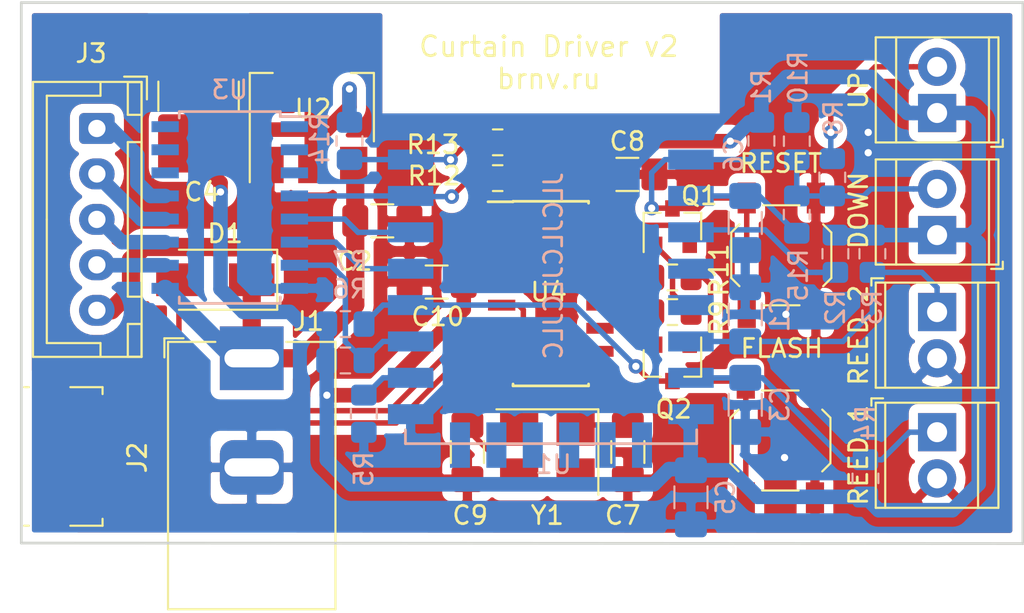
<source format=kicad_pcb>
(kicad_pcb (version 20171130) (host pcbnew "(5.1.2-1)-1")
  (layers (0 F.Cu signal) (31 B.Cu signal) (34 B.Paste user) (35 F.Paste user) (36 B.SilkS user) (37 F.SilkS user) (38 B.Mask user) (39 F.Mask user) (44 Edge.Cuts user))
  (net 0 "")
  (net 1 "Net-(C1-Pad1)")
  (net 2 "Net-(C3-Pad1)")
  (net 3 "Net-(R5-Pad2)")
  (net 4 "Net-(R6-Pad2)")
  (net 5 Earth)
  (net 6 +5V)
  (net 7 "Net-(U1-Pad14)")
  (net 8 "Net-(U1-Pad13)")
  (net 9 "Net-(J3-Pad1)")
  (net 10 "Net-(J3-Pad2)")
  (net 11 "Net-(J3-Pad3)")
  (net 12 "Net-(J3-Pad4)")
  (net 13 "Net-(U1-Pad4)")
  (net 14 "Net-(U1-Pad5)")
  (net 15 "Net-(U1-Pad17)")
  (net 16 "Net-(U1-Pad18)")
  (net 17 "Net-(U1-Pad19)")
  (net 18 "Net-(U1-Pad20)")
  (net 19 "Net-(U1-Pad21)")
  (net 20 "Net-(U1-Pad22)")
  (net 21 "Net-(R8-Pad2)")
  (net 22 ADC)
  (net 23 "Net-(U3-Pad1)")
  (net 24 "Net-(U3-Pad2)")
  (net 25 "Net-(U3-Pad3)")
  (net 26 "Net-(U3-Pad14)")
  (net 27 "Net-(U3-Pad15)")
  (net 28 "Net-(U3-Pad16)")
  (net 29 VCC)
  (net 30 "Net-(R2-Pad1)")
  (net 31 "Net-(D1-Pad2)")
  (net 32 TXD)
  (net 33 RXD)
  (net 34 "Net-(U4-Pad9)")
  (net 35 "Net-(U4-Pad10)")
  (net 36 "Net-(U4-Pad11)")
  (net 37 "Net-(U4-Pad12)")
  (net 38 "Net-(U4-Pad15)")
  (net 39 "Net-(Q2-Pad2)")
  (net 40 "Net-(Q1-Pad1)")
  (net 41 "Net-(Q2-Pad1)")
  (net 42 "Net-(Q1-Pad2)")
  (net 43 RST)
  (net 44 GPIO0)
  (net 45 "Net-(C7-Pad1)")
  (net 46 "Net-(C9-Pad1)")
  (net 47 "Net-(J2-Pad4)")
  (net 48 "Net-(R13-Pad2)")
  (net 49 "Net-(R12-Pad2)")
  (net 50 "Net-(Y1-Pad2)")
  (net 51 "Net-(Y1-Pad4)")
  (net 52 "Net-(R10-Pad2)")
  (net 53 /D-)
  (net 54 /D+)
  (module ESP8266:ESP-12E_SMD (layer B.Cu) (at 115.062 72.3865 180)
    (fp_text reference U1 (at 6.858 -16.7675) (layer B.SilkS) (effects (justify mirror)))
    (fp_text value ESP-12F hide)
    (pad 22 smd rect (at 11.99 -15 90) (size 2.5 1.1) (drill (offset -0.7 0)) (layers B.Cu B.Paste B.Mask) (net 20 "Net-(U1-Pad22)"))
    (pad 21 smd rect (at 9.99 -15 90) (size 2.5 1.1) (drill (offset -0.7 0)) (layers B.Cu B.Paste B.Mask) (net 19 "Net-(U1-Pad21)"))
    (pad 20 smd rect (at 7.99 -15 90) (size 2.5 1.1) (drill (offset -0.7 0)) (layers B.Cu B.Paste B.Mask) (net 18 "Net-(U1-Pad20)"))
    (pad 19 smd rect (at 5.99 -15 90) (size 2.5 1.1) (drill (offset -0.7 0)) (layers B.Cu B.Paste B.Mask) (net 17 "Net-(U1-Pad19)"))
    (pad 18 smd rect (at 3.99 -15 90) (size 2.5 1.1) (drill (offset -0.7 0)) (layers B.Cu B.Paste B.Mask) (net 16 "Net-(U1-Pad18)"))
    (pad 17 smd rect (at 1.99 -15 90) (size 2.5 1.1) (drill (offset -0.7 0)) (layers B.Cu B.Paste B.Mask) (net 15 "Net-(U1-Pad17)"))
    (pad 16 smd rect (at 14 0 180) (size 2.5 1.1) (drill (offset 0.7 0)) (layers B.Cu B.Paste B.Mask) (net 32 TXD))
    (pad 15 smd rect (at 14 -2 180) (size 2.5 1.1) (drill (offset 0.7 0)) (layers B.Cu B.Paste B.Mask) (net 33 RXD))
    (pad 14 smd rect (at 14 -4 180) (size 2.5 1.1) (drill (offset 0.7 0)) (layers B.Cu B.Paste B.Mask) (net 7 "Net-(U1-Pad14)"))
    (pad 13 smd rect (at 14 -6 180) (size 2.5 1.1) (drill (offset 0.7 0)) (layers B.Cu B.Paste B.Mask) (net 8 "Net-(U1-Pad13)"))
    (pad 12 smd rect (at 14 -8 180) (size 2.5 1.1) (drill (offset 0.7 0)) (layers B.Cu B.Paste B.Mask) (net 44 GPIO0))
    (pad 11 smd rect (at 14 -10 180) (size 2.5 1.1) (drill (offset 0.7 0)) (layers B.Cu B.Paste B.Mask) (net 4 "Net-(R6-Pad2)"))
    (pad 10 smd rect (at 14 -12 180) (size 2.5 1.1) (drill (offset 0.7 0)) (layers B.Cu B.Paste B.Mask) (net 3 "Net-(R5-Pad2)"))
    (pad 9 smd rect (at 14 -14 180) (size 2.5 1.1) (drill (offset 0.7 0)) (layers B.Cu B.Paste B.Mask) (net 5 Earth))
    (pad 8 smd rect (at 0 -14 180) (size 2.5 1.1) (drill (offset -0.7 0)) (layers B.Cu B.Paste B.Mask) (net 29 VCC))
    (pad 7 smd rect (at 0 -12 180) (size 2.5 1.1) (drill (offset -0.7 0)) (layers B.Cu B.Paste B.Mask) (net 2 "Net-(C3-Pad1)"))
    (pad 6 smd rect (at 0 -10 180) (size 2.5 1.1) (drill (offset -0.7 0)) (layers B.Cu B.Paste B.Mask) (net 1 "Net-(C1-Pad1)"))
    (pad 5 smd rect (at 0 -8 180) (size 2.5 1.1) (drill (offset -0.7 0)) (layers B.Cu B.Paste B.Mask) (net 14 "Net-(U1-Pad5)"))
    (pad 4 smd rect (at 0 -6 180) (size 2.5 1.1) (drill (offset -0.7 0)) (layers B.Cu B.Paste B.Mask) (net 13 "Net-(U1-Pad4)"))
    (pad 3 smd rect (at 0 -4 180) (size 2.5 1.1) (drill (offset -0.7 0)) (layers B.Cu B.Paste B.Mask) (net 30 "Net-(R2-Pad1)"))
    (pad 2 smd rect (at 0 -2 180) (size 2.5 1.1) (drill (offset -0.7 0)) (layers B.Cu B.Paste B.Mask) (net 22 ADC))
    (pad 1 smd rect (at 0 0 180) (size 2.5 1.1) (drill (offset -0.7 0)) (layers B.Cu B.Paste B.Mask) (net 43 RST))
  )
  (module Resistor_SMD:R_0805_2012Metric_Pad1.15x1.40mm_HandSolder (layer B.Cu) (at 121.575 75.4115 270)
    (fp_text reference R15 (at 3.3285 -0.091 270) (layer B.SilkS) (effects (justify mirror)))
    (fp_text value 1K)
    (pad 2 smd roundrect (at 1.025 0 270) (size 1.15 1.4) (layers B.Cu B.Paste B.Mask) (roundrect_rratio 0.217391) (net 22 ADC))
    (pad 1 smd roundrect (at -1.025 0 270) (size 1.15 1.4) (layers B.Cu B.Paste B.Mask) (roundrect_rratio 0.217391) (net 52 "Net-(R10-Pad2)"))
  )
  (module TerminalBlock_TE-Connectivity:TerminalBlock_TE_282834-2_1x02_P2.54mm_Horizontal (layer F.Cu) (at 129.286 87.376 270)
    (fp_text reference J7 hide)
    (fp_text value Reed_1)
    (pad 2 thru_hole circle (at 2.54 0 270) (size 2.1 2.1) (drill 1.1) (layers *.Cu *.Mask) (net 5 Earth))
    (pad 1 thru_hole rect (at 0 0 270) (size 2.1 2.1) (drill 1.1) (layers *.Cu *.Mask) (net 2 "Net-(C3-Pad1)"))
  )
  (module TerminalBlock_TE-Connectivity:TerminalBlock_TE_282834-2_1x02_P2.54mm_Horizontal (layer F.Cu) (at 129.286 80.772 270)
    (fp_text reference J6 hide)
    (fp_text value Reed_1)
    (pad 2 thru_hole circle (at 2.54 0 270) (size 2.1 2.1) (drill 1.1) (layers *.Cu *.Mask) (net 5 Earth))
    (pad 1 thru_hole rect (at 0 0 270) (size 2.1 2.1) (drill 1.1) (layers *.Cu *.Mask) (net 1 "Net-(C1-Pad1)"))
  )
  (module Button_Switch_SMD:SW_SPST_TL3342 (layer F.Cu) (at 120.6754 87.8332 90)
    (fp_text reference FLASH (at 5.0673 0.0762 180) (layer F.SilkS))
    (fp_text value FLASH)
    (pad 2 smd rect (at 3.15 1.9 90) (size 1.7 1) (layers F.Cu F.Paste F.Mask) (net 5 Earth))
    (pad 2 smd rect (at -3.15 1.9 90) (size 1.7 1) (layers F.Cu F.Paste F.Mask) (net 5 Earth))
    (pad 1 smd rect (at 3.15 -1.9 90) (size 1.7 1) (layers F.Cu F.Paste F.Mask) (net 44 GPIO0))
    (pad 1 smd rect (at -3.15 -1.9 90) (size 1.7 1) (layers F.Cu F.Paste F.Mask) (net 44 GPIO0))
  )
  (module Button_Switch_SMD:SW_SPST_TL3342 (layer F.Cu) (at 120.7262 77.6478 270)
    (fp_text reference RESET (at -5.0546 0.0254) (layer F.SilkS))
    (fp_text value RESET)
    (pad 2 smd rect (at 3.15 1.9 270) (size 1.7 1) (layers F.Cu F.Paste F.Mask) (net 43 RST))
    (pad 2 smd rect (at -3.15 1.9 270) (size 1.7 1) (layers F.Cu F.Paste F.Mask) (net 43 RST))
    (pad 1 smd rect (at 3.15 -1.9 270) (size 1.7 1) (layers F.Cu F.Paste F.Mask) (net 5 Earth))
    (pad 1 smd rect (at -3.15 -1.9 270) (size 1.7 1) (layers F.Cu F.Paste F.Mask) (net 5 Earth))
  )
  (module Crystal:Crystal_SMD_SeikoEpson_FA238V-4Pin_3.2x2.5mm_HandSoldering (layer F.Cu) (at 107.8738 88.4682 180)
    (fp_text reference Y1 (at 0 -3.4798 180) (layer F.SilkS))
    (fp_text value HC-49)
    (pad 4 smd rect (at -1.55 -1.25 180) (size 2.1 1.8) (layers F.Cu F.Paste F.Mask) (net 51 "Net-(Y1-Pad4)"))
    (pad 3 smd rect (at 1.55 -1.25 180) (size 2.1 1.8) (layers F.Cu F.Paste F.Mask) (net 46 "Net-(C9-Pad1)"))
    (pad 2 smd rect (at 1.55 1.25 180) (size 2.1 1.8) (layers F.Cu F.Paste F.Mask) (net 50 "Net-(Y1-Pad2)"))
    (pad 1 smd rect (at -1.55 1.25 180) (size 2.1 1.8) (layers F.Cu F.Paste F.Mask) (net 45 "Net-(C7-Pad1)"))
  )
  (module Resistor_SMD:R_0805_2012Metric_Pad1.15x1.40mm_HandSolder (layer B.Cu) (at 97 71.3615 90)
    (fp_text reference R14 (at 0.126 -1.6256 90) (layer B.SilkS) (effects (justify mirror)))
    (fp_text value 10K)
    (pad 2 smd roundrect (at 1.025 0 90) (size 1.15 1.4) (layers B.Cu B.Paste B.Mask) (roundrect_rratio 0.217391) (net 29 VCC))
    (pad 1 smd roundrect (at -1.025 0 90) (size 1.15 1.4) (layers B.Cu B.Paste B.Mask) (roundrect_rratio 0.217391) (net 32 TXD))
  )
  (module Diode_SMD:D_SMA (layer F.Cu) (at 89.6305 78.994 180)
    (fp_text reference D1 (at -0.5395 2.54 180) (layer F.SilkS))
    (fp_text value M7)
    (pad 1 smd rect (at -2 0 180) (size 2.5 1.8) (layers F.Cu F.Paste F.Mask) (net 6 +5V))
    (pad 2 smd rect (at 2 0 180) (size 2.5 1.8) (layers F.Cu F.Paste F.Mask) (net 31 "Net-(D1-Pad2)"))
  )
  (module Resistor_SMD:R_0805_2012Metric_Pad1.15x1.40mm_HandSolder (layer F.Cu) (at 105.1433 73.406)
    (fp_text reference R12 (at -3.4925 -0.127) (layer F.SilkS))
    (fp_text value 470)
    (pad 2 smd roundrect (at 1.025 0) (size 1.15 1.4) (layers F.Cu F.Paste F.Mask) (roundrect_rratio 0.217391) (net 49 "Net-(R12-Pad2)"))
    (pad 1 smd roundrect (at -1.025 0) (size 1.15 1.4) (layers F.Cu F.Paste F.Mask) (roundrect_rratio 0.217391) (net 33 RXD))
  )
  (module Resistor_SMD:R_0805_2012Metric_Pad1.15x1.40mm_HandSolder (layer F.Cu) (at 114.7445 78.867 180)
    (fp_text reference R11 (at -2.5654 0.4064 270) (layer F.SilkS))
    (fp_text value 10K)
    (pad 1 smd roundrect (at -1.025 0 180) (size 1.15 1.4) (layers F.Cu F.Paste F.Mask) (roundrect_rratio 0.217391) (net 41 "Net-(Q2-Pad1)"))
    (pad 2 smd roundrect (at 1.025 0 180) (size 1.15 1.4) (layers F.Cu F.Paste F.Mask) (roundrect_rratio 0.217391) (net 42 "Net-(Q1-Pad2)"))
  )
  (module Resistor_SMD:R_0805_2012Metric_Pad1.15x1.40mm_HandSolder (layer F.Cu) (at 105.1433 71.4375)
    (fp_text reference R13 (at -3.556 0.127) (layer F.SilkS))
    (fp_text value 470)
    (pad 1 smd roundrect (at -1.025 0) (size 1.15 1.4) (layers F.Cu F.Paste F.Mask) (roundrect_rratio 0.217391) (net 32 TXD))
    (pad 2 smd roundrect (at 1.025 0) (size 1.15 1.4) (layers F.Cu F.Paste F.Mask) (roundrect_rratio 0.217391) (net 48 "Net-(R13-Pad2)"))
  )
  (module Capacitor_SMD:C_1206_3216Metric_Pad1.42x1.75mm_HandSolder (layer F.Cu) (at 103.4796 88.4682 270)
    (fp_text reference C9 (at 3.4798 -0.1524 180) (layer F.SilkS))
    (fp_text value 22pF)
    (pad 2 smd roundrect (at 1.4875 0 270) (size 1.425 1.75) (layers F.Cu F.Paste F.Mask) (roundrect_rratio 0.175439) (net 5 Earth))
    (pad 1 smd roundrect (at -1.4875 0 270) (size 1.425 1.75) (layers F.Cu F.Paste F.Mask) (roundrect_rratio 0.175439) (net 46 "Net-(C9-Pad1)"))
  )
  (module Capacitor_SMD:C_1206_3216Metric_Pad1.42x1.75mm_HandSolder (layer F.Cu) (at 101.7905 79.121 180)
    (fp_text reference C10 (at -0.0635 -1.905 180) (layer F.SilkS))
    (fp_text value 10uF)
    (pad 1 smd roundrect (at -1.4875 0 180) (size 1.425 1.75) (layers F.Cu F.Paste F.Mask) (roundrect_rratio 0.175439) (net 29 VCC))
    (pad 2 smd roundrect (at 1.4875 0 180) (size 1.425 1.75) (layers F.Cu F.Paste F.Mask) (roundrect_rratio 0.175439) (net 5 Earth))
  )
  (module Connector_USB:USB_Micro-B_Molex_47346-0001 (layer F.Cu) (at 81.7245 88.7095 270)
    (fp_text reference J2 (at 0.0635 -3.6195 270) (layer F.SilkS))
    (fp_text value USB_B_Micro)
    (pad 1 smd rect (at -1.3 -1.46 270) (size 0.45 1.38) (layers F.Cu F.Paste F.Mask) (net 31 "Net-(D1-Pad2)"))
    (pad 2 smd rect (at -0.65 -1.46 270) (size 0.45 1.38) (layers F.Cu F.Paste F.Mask) (net 53 /D-))
    (pad 3 smd rect (at 0 -1.46 270) (size 0.45 1.38) (layers F.Cu F.Paste F.Mask) (net 54 /D+))
    (pad 4 smd rect (at 0.65 -1.46 270) (size 0.45 1.38) (layers F.Cu F.Paste F.Mask) (net 47 "Net-(J2-Pad4)"))
    (pad 5 smd rect (at 1.3 -1.46 270) (size 0.45 1.38) (layers F.Cu F.Paste F.Mask) (net 5 Earth))
    (pad 6 smd rect (at -2.4625 -1.1 270) (size 1.475 2.1) (layers F.Cu F.Paste F.Mask) (net 5 Earth))
    (pad 6 smd rect (at 2.4625 -1.1 270) (size 1.475 2.1) (layers F.Cu F.Paste F.Mask) (net 5 Earth))
    (pad 6 smd rect (at -2.91 1.2 270) (size 2.375 1.9) (layers F.Cu F.Paste F.Mask) (net 5 Earth))
    (pad 6 smd rect (at 2.91 1.2 270) (size 2.375 1.9) (layers F.Cu F.Paste F.Mask) (net 5 Earth))
    (pad 6 smd rect (at -0.84 1.2 270) (size 1.175 1.9) (layers F.Cu F.Paste F.Mask) (net 5 Earth))
    (pad 6 smd rect (at 0.84 1.2 270) (size 1.175 1.9) (layers F.Cu F.Paste F.Mask) (net 5 Earth))
  )
  (module Package_SO:SOIC-16_3.9x9.9mm_P1.27mm (layer F.Cu) (at 108.062 79.756)
    (fp_text reference U4 (at -0.112 -0.0889) (layer F.SilkS))
    (fp_text value CH340G)
    (pad 1 smd rect (at -2.7 -4.445) (size 1.5 0.6) (layers F.Cu F.Paste F.Mask) (net 5 Earth))
    (pad 2 smd rect (at -2.7 -3.175) (size 1.5 0.6) (layers F.Cu F.Paste F.Mask) (net 49 "Net-(R12-Pad2)"))
    (pad 3 smd rect (at -2.7 -1.905) (size 1.5 0.6) (layers F.Cu F.Paste F.Mask) (net 48 "Net-(R13-Pad2)"))
    (pad 4 smd rect (at -2.7 -0.635) (size 1.5 0.6) (layers F.Cu F.Paste F.Mask) (net 29 VCC))
    (pad 5 smd rect (at -2.7 0.635) (size 1.5 0.6) (layers F.Cu F.Paste F.Mask) (net 54 /D+))
    (pad 6 smd rect (at -2.7 1.905) (size 1.5 0.6) (layers F.Cu F.Paste F.Mask) (net 53 /D-))
    (pad 7 smd rect (at -2.7 3.175) (size 1.5 0.6) (layers F.Cu F.Paste F.Mask) (net 45 "Net-(C7-Pad1)"))
    (pad 8 smd rect (at -2.7 4.445) (size 1.5 0.6) (layers F.Cu F.Paste F.Mask) (net 46 "Net-(C9-Pad1)"))
    (pad 9 smd rect (at 2.7 4.445) (size 1.5 0.6) (layers F.Cu F.Paste F.Mask) (net 34 "Net-(U4-Pad9)"))
    (pad 10 smd rect (at 2.7 3.175) (size 1.5 0.6) (layers F.Cu F.Paste F.Mask) (net 35 "Net-(U4-Pad10)"))
    (pad 11 smd rect (at 2.7 1.905) (size 1.5 0.6) (layers F.Cu F.Paste F.Mask) (net 36 "Net-(U4-Pad11)"))
    (pad 12 smd rect (at 2.7 0.635) (size 1.5 0.6) (layers F.Cu F.Paste F.Mask) (net 37 "Net-(U4-Pad12)"))
    (pad 13 smd rect (at 2.7 -0.635) (size 1.5 0.6) (layers F.Cu F.Paste F.Mask) (net 39 "Net-(Q2-Pad2)"))
    (pad 14 smd rect (at 2.7 -1.905) (size 1.5 0.6) (layers F.Cu F.Paste F.Mask) (net 42 "Net-(Q1-Pad2)"))
    (pad 15 smd rect (at 2.7 -3.175) (size 1.5 0.6) (layers F.Cu F.Paste F.Mask) (net 38 "Net-(U4-Pad15)"))
    (pad 16 smd rect (at 2.7 -4.445) (size 1.5 0.6) (layers F.Cu F.Paste F.Mask) (net 29 VCC))
  )
  (module Package_TO_SOT_SMD:SOT-23 (layer F.Cu) (at 114.7445 83.566 270)
    (fp_text reference Q2 (at 2.54 -0.0635) (layer F.SilkS))
    (fp_text value S8050)
    (pad 3 smd rect (at 1 0 270) (size 0.9 0.8) (layers F.Cu F.Paste F.Mask) (net 44 GPIO0))
    (pad 2 smd rect (at -1 0.95 270) (size 0.9 0.8) (layers F.Cu F.Paste F.Mask) (net 39 "Net-(Q2-Pad2)"))
    (pad 1 smd rect (at -1 -0.95 270) (size 0.9 0.8) (layers F.Cu F.Paste F.Mask) (net 41 "Net-(Q2-Pad1)"))
  )
  (module Package_TO_SOT_SMD:SOT-23 (layer F.Cu) (at 114.7445 76.073 90)
    (fp_text reference Q1 (at 1.7018 1.4732 180) (layer F.SilkS))
    (fp_text value S8050)
    (pad 1 smd rect (at -1 -0.95 90) (size 0.9 0.8) (layers F.Cu F.Paste F.Mask) (net 40 "Net-(Q1-Pad1)"))
    (pad 2 smd rect (at -1 0.95 90) (size 0.9 0.8) (layers F.Cu F.Paste F.Mask) (net 42 "Net-(Q1-Pad2)"))
    (pad 3 smd rect (at 1 0 90) (size 0.9 0.8) (layers F.Cu F.Paste F.Mask) (net 43 RST))
  )
  (module Resistor_SMD:R_0805_2012Metric_Pad1.15x1.40mm_HandSolder (layer F.Cu) (at 114.7445 80.772 180)
    (fp_text reference R9 (at -2.5781 -0.3302 270) (layer F.SilkS))
    (fp_text value 10K)
    (pad 2 smd roundrect (at 1.025 0 180) (size 1.15 1.4) (layers F.Cu F.Paste F.Mask) (roundrect_rratio 0.217391) (net 39 "Net-(Q2-Pad2)"))
    (pad 1 smd roundrect (at -1.025 0 180) (size 1.15 1.4) (layers F.Cu F.Paste F.Mask) (roundrect_rratio 0.217391) (net 40 "Net-(Q1-Pad1)"))
  )
  (module Capacitor_SMD:C_1206_3216Metric_Pad1.42x1.75mm_HandSolder (layer F.Cu) (at 112.2934 88.4682 270)
    (fp_text reference C7 (at 3.4798 0.2794) (layer F.SilkS))
    (fp_text value 22pF)
    (pad 2 smd roundrect (at 1.4875 0 270) (size 1.425 1.75) (layers F.Cu F.Paste F.Mask) (roundrect_rratio 0.175439) (net 5 Earth))
    (pad 1 smd roundrect (at -1.4875 0 270) (size 1.425 1.75) (layers F.Cu F.Paste F.Mask) (roundrect_rratio 0.175439) (net 45 "Net-(C7-Pad1)"))
  )
  (module Capacitor_SMD:C_1206_3216Metric_Pad1.42x1.75mm_HandSolder (layer F.Cu) (at 112.268 73.2028)
    (fp_text reference C8 (at 0 -1.82) (layer F.SilkS))
    (fp_text value 10uF)
    (pad 1 smd roundrect (at -1.4875 0) (size 1.425 1.75) (layers F.Cu F.Paste F.Mask) (roundrect_rratio 0.175439) (net 29 VCC))
    (pad 2 smd roundrect (at 1.4875 0) (size 1.425 1.75) (layers F.Cu F.Paste F.Mask) (roundrect_rratio 0.175439) (net 5 Earth))
  )
  (module Capacitor_SMD:C_1206_3216Metric_Pad1.42x1.75mm_HandSolder (layer B.Cu) (at 118.745 75.874 270)
    (fp_text reference C6 (at -3.738 0.635 90) (layer B.SilkS) (effects (justify mirror)))
    (fp_text value 10nF)
    (pad 1 smd roundrect (at -1.4875 0 270) (size 1.425 1.75) (layers B.Cu B.Paste B.Mask) (roundrect_rratio 0.175439) (net 22 ADC))
    (pad 2 smd roundrect (at 1.4875 0 270) (size 1.425 1.75) (layers B.Cu B.Paste B.Mask) (roundrect_rratio 0.175439) (net 5 Earth))
  )
  (module Capacitor_SMD:C_1206_3216Metric_Pad1.42x1.75mm_HandSolder (layer B.Cu) (at 115.762 90.9574 270)
    (fp_text reference C5 (at 0 -1.9035 270) (layer B.SilkS) (effects (justify mirror)))
    (fp_text value 0.1uF)
    (pad 1 smd roundrect (at -1.4875 0 270) (size 1.425 1.75) (layers B.Cu B.Paste B.Mask) (roundrect_rratio 0.175439) (net 29 VCC))
    (pad 2 smd roundrect (at 1.4875 0 270) (size 1.425 1.75) (layers B.Cu B.Paste B.Mask) (roundrect_rratio 0.175439) (net 5 Earth))
  )
  (module Resistor_SMD:R_0805_2012Metric_Pad1.15x1.40mm_HandSolder (layer B.Cu) (at 96.774 81.4324)
    (fp_text reference R7 (at 0.254 -3.4544) (layer B.SilkS) (effects (justify mirror)))
    (fp_text value 10K)
    (pad 1 smd roundrect (at -1.025 0) (size 1.15 1.4) (layers B.Cu B.Paste B.Mask) (roundrect_rratio 0.217391) (net 29 VCC))
    (pad 2 smd roundrect (at 1.025 0) (size 1.15 1.4) (layers B.Cu B.Paste B.Mask) (roundrect_rratio 0.217391) (net 44 GPIO0))
  )
  (module Resistor_SMD:R_0805_2012Metric_Pad1.15x1.40mm_HandSolder (layer B.Cu) (at 96.774 83.4314)
    (fp_text reference R6 (at 0.254 -3.9294) (layer B.SilkS) (effects (justify mirror)))
    (fp_text value 10K)
    (pad 2 smd roundrect (at 1.025 0) (size 1.15 1.4) (layers B.Cu B.Paste B.Mask) (roundrect_rratio 0.217391) (net 4 "Net-(R6-Pad2)"))
    (pad 1 smd roundrect (at -1.025 0) (size 1.15 1.4) (layers B.Cu B.Paste B.Mask) (roundrect_rratio 0.217391) (net 29 VCC))
  )
  (module Resistor_SMD:R_0805_2012Metric_Pad1.15x1.40mm_HandSolder (layer B.Cu) (at 97.79 86.36 90)
    (fp_text reference R5 (at -3.048 0 90) (layer B.SilkS) (effects (justify mirror)))
    (fp_text value 10K)
    (pad 1 smd roundrect (at -1.025 0 90) (size 1.15 1.4) (layers B.Cu B.Paste B.Mask) (roundrect_rratio 0.217391) (net 5 Earth))
    (pad 2 smd roundrect (at 1.025 0 90) (size 1.15 1.4) (layers B.Cu B.Paste B.Mask) (roundrect_rratio 0.217391) (net 3 "Net-(R5-Pad2)"))
  )
  (module Resistor_SMD:R_0805_2012Metric_Pad1.15x1.40mm_HandSolder (layer B.Cu) (at 125.349 89.916 270)
    (fp_text reference R4 (at -3.048 0 270) (layer B.SilkS) (effects (justify mirror)))
    (fp_text value 10K)
    (pad 2 smd roundrect (at 1.025 0 270) (size 1.15 1.4) (layers B.Cu B.Paste B.Mask) (roundrect_rratio 0.217391) (net 29 VCC))
    (pad 1 smd roundrect (at -1.025 0 270) (size 1.15 1.4) (layers B.Cu B.Paste B.Mask) (roundrect_rratio 0.217391) (net 2 "Net-(C3-Pad1)"))
  )
  (module Resistor_SMD:R_0805_2012Metric_Pad1.15x1.40mm_HandSolder (layer B.Cu) (at 125.73 77.563666 90)
    (fp_text reference R3 (at -2.964333 0 90) (layer B.SilkS) (effects (justify mirror)))
    (fp_text value 10K)
    (pad 1 smd roundrect (at -1.025 0 90) (size 1.15 1.4) (layers B.Cu B.Paste B.Mask) (roundrect_rratio 0.217391) (net 1 "Net-(C1-Pad1)"))
    (pad 2 smd roundrect (at 1.025 0 90) (size 1.15 1.4) (layers B.Cu B.Paste B.Mask) (roundrect_rratio 0.217391) (net 29 VCC))
  )
  (module Resistor_SMD:R_0805_2012Metric_Pad1.15x1.40mm_HandSolder (layer B.Cu) (at 123.698 77.563666 90)
    (fp_text reference R2 (at -2.964333 0 90) (layer B.SilkS) (effects (justify mirror)))
    (fp_text value 10K)
    (pad 2 smd roundrect (at 1.025 0 90) (size 1.15 1.4) (layers B.Cu B.Paste B.Mask) (roundrect_rratio 0.217391) (net 29 VCC))
    (pad 1 smd roundrect (at -1.025 0 90) (size 1.15 1.4) (layers B.Cu B.Paste B.Mask) (roundrect_rratio 0.217391) (net 30 "Net-(R2-Pad1)"))
  )
  (module Resistor_SMD:R_0805_2012Metric_Pad1.15x1.40mm_HandSolder (layer B.Cu) (at 119.634 71.3615 90)
    (fp_text reference R1 (at 2.972 0 90) (layer B.SilkS) (effects (justify mirror)))
    (fp_text value 10K)
    (pad 1 smd roundrect (at -1.025 0 90) (size 1.15 1.4) (layers B.Cu B.Paste B.Mask) (roundrect_rratio 0.217391) (net 43 RST))
    (pad 2 smd roundrect (at 1.025 0 90) (size 1.15 1.4) (layers B.Cu B.Paste B.Mask) (roundrect_rratio 0.217391) (net 29 VCC))
  )
  (module Resistor_SMD:R_0805_2012Metric_Pad1.15x1.40mm_HandSolder (layer B.Cu) (at 121.5795 71.375 270)
    (fp_text reference R10 (at -3.5115 -0.0635 270) (layer B.SilkS) (effects (justify mirror)))
    (fp_text value 2K2)
    (pad 1 smd roundrect (at -1.025 0 270) (size 1.15 1.4) (layers B.Cu B.Paste B.Mask) (roundrect_rratio 0.217391) (net 5 Earth))
    (pad 2 smd roundrect (at 1.025 0 270) (size 1.15 1.4) (layers B.Cu B.Paste B.Mask) (roundrect_rratio 0.217391) (net 52 "Net-(R10-Pad2)"))
  )
  (module Resistor_SMD:R_0805_2012Metric_Pad1.15x1.40mm_HandSolder (layer B.Cu) (at 123.525 73.3615 90)
    (fp_text reference R8 (at 3.2575 0.0635 90) (layer B.SilkS) (effects (justify mirror)))
    (fp_text value 10K)
    (pad 1 smd roundrect (at -1.025 0 90) (size 1.15 1.4) (layers B.Cu B.Paste B.Mask) (roundrect_rratio 0.217391) (net 52 "Net-(R10-Pad2)"))
    (pad 2 smd roundrect (at 1.025 0 90) (size 1.15 1.4) (layers B.Cu B.Paste B.Mask) (roundrect_rratio 0.217391) (net 21 "Net-(R8-Pad2)"))
  )
  (module TerminalBlock_TE-Connectivity:TerminalBlock_TE_282834-2_1x02_P2.54mm_Horizontal (layer F.Cu) (at 129.286 69.8246 90)
    (fp_text reference SW4 hide)
    (fp_text value DOWN)
    (pad 2 thru_hole circle (at 2.54 0 90) (size 2.1 2.1) (drill 1.1) (layers *.Cu *.Mask) (net 21 "Net-(R8-Pad2)"))
    (pad 1 thru_hole rect (at 0 0 90) (size 2.1 2.1) (drill 1.1) (layers *.Cu *.Mask) (net 29 VCC))
  )
  (module TerminalBlock_TE-Connectivity:TerminalBlock_TE_282834-2_1x02_P2.54mm_Horizontal (layer F.Cu) (at 129.286 76.538666 90)
    (fp_text reference SW3 hide)
    (fp_text value UP)
    (pad 1 thru_hole rect (at 0 0 90) (size 2.1 2.1) (drill 1.1) (layers *.Cu *.Mask) (net 29 VCC))
    (pad 2 thru_hole circle (at 2.54 0 90) (size 2.1 2.1) (drill 1.1) (layers *.Cu *.Mask) (net 52 "Net-(R10-Pad2)"))
  )
  (module Connector_JST:JST_XH_B05B-XH-A_1x05_P2.50mm_Vertical (layer F.Cu) (at 83.1215 70.6755 270)
    (fp_text reference J3 (at -4.1275 0.3175) (layer F.SilkS))
    (fp_text value Motor)
    (pad 5 thru_hole oval (at 10 0 270) (size 1.7 1.95) (drill 0.95) (layers *.Cu *.Mask) (net 6 +5V))
    (pad 4 thru_hole oval (at 7.5 0 270) (size 1.7 1.95) (drill 0.95) (layers *.Cu *.Mask) (net 12 "Net-(J3-Pad4)"))
    (pad 3 thru_hole oval (at 5 0 270) (size 1.7 1.95) (drill 0.95) (layers *.Cu *.Mask) (net 11 "Net-(J3-Pad3)"))
    (pad 2 thru_hole oval (at 2.5 0 270) (size 1.7 1.95) (drill 0.95) (layers *.Cu *.Mask) (net 10 "Net-(J3-Pad2)"))
    (pad 1 thru_hole roundrect (at 0 0 270) (size 1.7 1.95) (drill 0.95) (layers *.Cu *.Mask) (roundrect_rratio 0.147) (net 9 "Net-(J3-Pad1)"))
  )
  (module Capacitor_SMD:C_1206_3216Metric_Pad1.42x1.75mm_HandSolder (layer B.Cu) (at 118.745 85.874 270)
    (fp_text reference C3 (at -0.022 -1.905 270) (layer B.SilkS) (effects (justify mirror)))
    (fp_text value 0.1uF)
    (pad 1 smd roundrect (at -1.4875 0 270) (size 1.425 1.75) (layers B.Cu B.Paste B.Mask) (roundrect_rratio 0.175439) (net 2 "Net-(C3-Pad1)"))
    (pad 2 smd roundrect (at 1.4875 0 270) (size 1.425 1.75) (layers B.Cu B.Paste B.Mask) (roundrect_rratio 0.175439) (net 5 Earth))
  )
  (module Capacitor_SMD:C_1206_3216Metric_Pad1.42x1.75mm_HandSolder (layer F.Cu) (at 98.806 75.7555)
    (fp_text reference C2 (at -1.524 2.2225 180) (layer F.SilkS))
    (fp_text value 10uF)
    (pad 2 smd roundrect (at 1.4875 0) (size 1.425 1.75) (layers F.Cu F.Paste F.Mask) (roundrect_rratio 0.175439) (net 5 Earth))
    (pad 1 smd roundrect (at -1.4875 0) (size 1.425 1.75) (layers F.Cu F.Paste F.Mask) (roundrect_rratio 0.175439) (net 6 +5V))
  )
  (module Capacitor_SMD:C_1206_3216Metric_Pad1.42x1.75mm_HandSolder (layer B.Cu) (at 118.745 80.899 90)
    (fp_text reference C1 (at 0 1.905 90) (layer B.SilkS) (effects (justify mirror)))
    (fp_text value 0.1uF)
    (pad 1 smd roundrect (at -1.4875 0 90) (size 1.425 1.75) (layers B.Cu B.Paste B.Mask) (roundrect_rratio 0.175439) (net 1 "Net-(C1-Pad1)"))
    (pad 2 smd roundrect (at 1.4875 0 90) (size 1.425 1.75) (layers B.Cu B.Paste B.Mask) (roundrect_rratio 0.175439) (net 5 Earth))
  )
  (module Capacitor_SMD:C_2816_7142Metric_Pad3.20x4.45mm_HandSolder (layer F.Cu) (at 88.7095 68.8975 90)
    (fp_text reference C4 (at -5.2705 0.1905) (layer F.SilkS))
    (fp_text value 100uF)
    (pad 1 smd roundrect (at -2.6 0 90) (size 3.2 4.45) (layers F.Cu F.Paste F.Mask) (roundrect_rratio 0.078125) (net 29 VCC))
    (pad 2 smd roundrect (at 2.6 0 90) (size 3.2 4.45) (layers F.Cu F.Paste F.Mask) (roundrect_rratio 0.078125) (net 5 Earth))
  )
  (module Connector_BarrelJack:BarrelJack_Horizontal_DS_201 (layer F.Cu) (at 91.6305 83.312 90)
    (fp_text reference J1 (at 2.032 3.1115 180) (layer F.SilkS))
    (fp_text value Barrel_Jack)
    (pad 1 thru_hole rect (at 0 0 90) (size 3.5 3.5) (drill oval 1 3) (layers *.Cu *.Mask) (net 6 +5V))
    (pad 2 thru_hole roundrect (at -6 0 90) (size 3 3.5) (drill oval 1 3) (layers *.Cu *.Mask) (net 5 Earth))
  )
  (module Package_SO:SOIC-16W_5.3x10.2mm_P1.27mm (layer B.Cu) (at 90.424 75.0215 180)
    (fp_text reference U3 (at 0 6.477 180) (layer B.SilkS) (effects (justify mirror)))
    (fp_text value ULN2003A)
    (pad 1 smd rect (at -3.55 4.445 180) (size 1.5 0.6) (layers B.Cu B.Paste B.Mask) (net 23 "Net-(U3-Pad1)"))
    (pad 2 smd rect (at -3.55 3.175 180) (size 1.5 0.6) (layers B.Cu B.Paste B.Mask) (net 24 "Net-(U3-Pad2)"))
    (pad 3 smd rect (at -3.55 1.905 180) (size 1.5 0.6) (layers B.Cu B.Paste B.Mask) (net 25 "Net-(U3-Pad3)"))
    (pad 4 smd rect (at -3.55 0.635 180) (size 1.5 0.6) (layers B.Cu B.Paste B.Mask) (net 33 RXD))
    (pad 5 smd rect (at -3.55 -0.635 180) (size 1.5 0.6) (layers B.Cu B.Paste B.Mask) (net 7 "Net-(U1-Pad14)"))
    (pad 6 smd rect (at -3.55 -1.905 180) (size 1.5 0.6) (layers B.Cu B.Paste B.Mask) (net 8 "Net-(U1-Pad13)"))
    (pad 7 smd rect (at -3.55 -3.175 180) (size 1.5 0.6) (layers B.Cu B.Paste B.Mask) (net 4 "Net-(R6-Pad2)"))
    (pad 8 smd rect (at -3.55 -4.445 180) (size 1.5 0.6) (layers B.Cu B.Paste B.Mask) (net 5 Earth))
    (pad 9 smd rect (at 3.55 -4.445 180) (size 1.5 0.6) (layers B.Cu B.Paste B.Mask) (net 6 +5V))
    (pad 10 smd rect (at 3.55 -3.175 180) (size 1.5 0.6) (layers B.Cu B.Paste B.Mask) (net 12 "Net-(J3-Pad4)"))
    (pad 11 smd rect (at 3.55 -1.905 180) (size 1.5 0.6) (layers B.Cu B.Paste B.Mask) (net 11 "Net-(J3-Pad3)"))
    (pad 12 smd rect (at 3.55 -0.635 180) (size 1.5 0.6) (layers B.Cu B.Paste B.Mask) (net 10 "Net-(J3-Pad2)"))
    (pad 13 smd rect (at 3.55 0.635 180) (size 1.5 0.6) (layers B.Cu B.Paste B.Mask) (net 9 "Net-(J3-Pad1)"))
    (pad 14 smd rect (at 3.55 1.905 180) (size 1.5 0.6) (layers B.Cu B.Paste B.Mask) (net 26 "Net-(U3-Pad14)"))
    (pad 15 smd rect (at 3.55 3.175 180) (size 1.5 0.6) (layers B.Cu B.Paste B.Mask) (net 27 "Net-(U3-Pad15)"))
    (pad 16 smd rect (at 3.55 4.445 180) (size 1.5 0.6) (layers B.Cu B.Paste B.Mask) (net 28 "Net-(U3-Pad16)"))
  )
  (module Package_TO_SOT_SMD:SOT-223-3_TabPin2 (layer F.Cu) (at 94.9325 69.5325 90)
    (fp_text reference U2 (at -0.0635 0.0635 180) (layer F.SilkS))
    (fp_text value LM1117-3.3)
    (pad 2 smd rect (at 3.15 0 90) (size 2 3.8) (layers F.Cu F.Paste F.Mask) (net 29 VCC))
    (pad 2 smd rect (at -3.15 0 90) (size 2 1.5) (layers F.Cu F.Paste F.Mask) (net 29 VCC))
    (pad 3 smd rect (at -3.15 2.3 90) (size 2 1.5) (layers F.Cu F.Paste F.Mask) (net 6 +5V))
    (pad 1 smd rect (at -3.15 -2.3 90) (size 2 1.5) (layers F.Cu F.Paste F.Mask) (net 5 Earth))
  )
  (gr_text JLCJLCJLCJLC (at 108.204 78.232 90) (layer B.SilkS) (effects (font (size 1 1)) (justify mirror)))
  (gr_text "Curtain Driver v2\nbrnv.ru" (at 107.95 67.056) (layer F.SilkS) (effects (font (size 1.1 1.1))))
  (gr_text "REED 2" (at 124.968 82.042 90) (layer F.SilkS) (effects (font (size 1 1))))
  (gr_text "REED 1" (at 124.968 88.646 90) (layer F.SilkS) (effects (font (size 1 1))))
  (gr_text DOWN (at 124.968 75.184 90) (layer F.SilkS) (effects (font (size 1 1))))
  (gr_text UP (at 124.968 68.58 90) (layer F.SilkS) (effects (font (size 1 1))))
  (gr_line (start 134 63.754) (end 134 93.5) (layer Edge.Cuts) (width 0.15))
  (gr_line (start 78.9686 63.754) (end 78.9686 93.472) (layer Edge.Cuts) (width 0.15))
  (gr_line (start 134 93.5) (end 78.9686 93.472) (layer Edge.Cuts) (width 0.15))
  (gr_line (start 78.9686 63.754) (end 134 63.754) (layer Edge.Cuts) (width 0.15))
  (segment (start 115.062 82.39) (end 118.872 82.39) (width 0.3) (layer B.Cu) (net 1))
  (segment (start 118.745 82.3865) (end 124.1155 82.3865) (width 0.3) (layer B.Cu) (net 1))
  (segment (start 125.73 78.588666) (end 128.452666 78.588666) (width 0.3) (layer B.Cu) (net 1))
  (segment (start 125.73 80.772) (end 125.73 78.588666) (width 0.3) (layer B.Cu) (net 1))
  (segment (start 129.286 79.422) (end 129.286 80.772) (width 0.3) (layer B.Cu) (net 1))
  (segment (start 128.452666 78.588666) (end 129.286 79.422) (width 0.3) (layer B.Cu) (net 1))
  (segment (start 124.1155 82.3865) (end 125.73 80.772) (width 0.3) (layer B.Cu) (net 1))
  (segment (start 115.062 84.39) (end 118.8465 84.39) (width 0.3) (layer B.Cu) (net 2))
  (segment (start 119.6925 84.3865) (end 118.745 84.3865) (width 0.3) (layer B.Cu) (net 2))
  (segment (start 124.197 88.891) (end 119.6925 84.3865) (width 0.3) (layer B.Cu) (net 2))
  (segment (start 125.349 88.891) (end 124.197 88.891) (width 0.3) (layer B.Cu) (net 2))
  (segment (start 126.247 88.891) (end 125.349 88.891) (width 0.3) (layer B.Cu) (net 2))
  (segment (start 127.762 87.376) (end 126.247 88.891) (width 0.3) (layer B.Cu) (net 2))
  (segment (start 129.286 87.376) (end 127.762 87.376) (width 0.3) (layer B.Cu) (net 2))
  (segment (start 98.8439 84.3865) (end 97.799 85.4314) (width 0.3) (layer B.Cu) (net 3))
  (segment (start 101.062 84.3865) (end 98.8439 84.3865) (width 0.3) (layer B.Cu) (net 3))
  (segment (start 98.8439 82.3865) (end 97.799 83.4314) (width 0.3) (layer B.Cu) (net 4))
  (segment (start 101.062 82.3865) (end 98.8439 82.3865) (width 0.3) (layer B.Cu) (net 4))
  (segment (start 95.9765 78.1965) (end 93.974 78.1965) (width 0.3) (layer B.Cu) (net 4))
  (segment (start 96.77401 78.99401) (end 95.9765 78.1965) (width 0.3) (layer B.Cu) (net 4))
  (segment (start 96.77401 82.40641) (end 96.77401 78.99401) (width 0.3) (layer B.Cu) (net 4))
  (segment (start 97.799 83.4314) (end 96.77401 82.40641) (width 0.3) (layer B.Cu) (net 4))
  (segment (start 101.062 86.3865) (end 102.93 84.5185) (width 0.8) (layer B.Cu) (net 5))
  (segment (start 82.377 85.7995) (end 82.8245 86.247) (width 0.8) (layer F.Cu) (net 5))
  (segment (start 80.5245 85.7995) (end 82.377 85.7995) (width 0.8) (layer F.Cu) (net 5))
  (segment (start 83.059499 90.134501) (end 83.1845 90.134501) (width 0.8) (layer F.Cu) (net 5))
  (segment (start 82.8245 90.3695) (end 83.059499 90.134501) (width 0.8) (layer F.Cu) (net 5))
  (segment (start 82.8245 91.172) (end 82.8245 90.3695) (width 0.8) (layer F.Cu) (net 5))
  (segment (start 84.3745 90.0095) (end 84.408 90.043) (width 0.5) (layer F.Cu) (net 5))
  (segment (start 83.1845 90.0095) (end 84.3745 90.0095) (width 0.5) (layer F.Cu) (net 5))
  (segment (start 84.408 90.043) (end 84.7725 90.043) (width 0.5) (layer F.Cu) (net 5))
  (segment (start 80.972 91.172) (end 80.5245 91.6195) (width 0.8) (layer F.Cu) (net 5))
  (segment (start 82.8245 91.172) (end 80.972 91.172) (width 0.8) (layer F.Cu) (net 5))
  (via (at 120.904 88.773) (size 0.8) (drill 0.4) (layers F.Cu B.Cu) (net 5))
  (via (at 125.5014 72.009) (size 0.8) (drill 0.4) (layers F.Cu B.Cu) (net 5))
  (via (at 125.5014 70.8914) (size 0.8) (drill 0.4) (layers F.Cu B.Cu) (net 5))
  (via (at 120.9802 80.899) (size 0.8) (drill 0.4) (layers F.Cu B.Cu) (net 5))
  (segment (start 97.3185 75.7555) (end 97.3185 72.7685) (width 1) (layer F.Cu) (net 6))
  (segment (start 97.3185 72.7685) (end 97.2325 72.6825) (width 1) (layer F.Cu) (net 6))
  (segment (start 97.3185 75.7555) (end 97.3185 80.374) (width 1) (layer F.Cu) (net 6))
  (segment (start 97.3185 80.374) (end 94.3805 83.312) (width 1) (layer F.Cu) (net 6))
  (segment (start 94.3805 83.312) (end 91.6305 83.312) (width 1) (layer F.Cu) (net 6))
  (segment (start 91.6305 77.6605) (end 91.6305 83.312) (width 1) (layer F.Cu) (net 6))
  (segment (start 91.186 77.216) (end 91.6305 77.6605) (width 1) (layer F.Cu) (net 6))
  (segment (start 89.622502 77.216) (end 91.186 77.216) (width 1) (layer F.Cu) (net 6))
  (segment (start 85.660499 77.193999) (end 89.600501 77.193999) (width 1) (layer F.Cu) (net 6))
  (segment (start 85.480499 77.373999) (end 85.660499 77.193999) (width 1) (layer F.Cu) (net 6))
  (segment (start 85.480499 77.409701) (end 85.480499 77.373999) (width 1) (layer F.Cu) (net 6))
  (segment (start 89.600501 77.193999) (end 89.622502 77.216) (width 1) (layer F.Cu) (net 6))
  (segment (start 84.99651 77.89369) (end 85.480499 77.409701) (width 1) (layer F.Cu) (net 6))
  (segment (start 84.99651 79.59549) (end 84.99651 77.89369) (width 1) (layer F.Cu) (net 6))
  (segment (start 83.9165 80.6755) (end 83.1215 80.6755) (width 1) (layer F.Cu) (net 6))
  (segment (start 84.99651 79.59549) (end 83.9165 80.6755) (width 1) (layer F.Cu) (net 6))
  (segment (start 86.86851 79.502) (end 86.874 79.49651) (width 1) (layer B.Cu) (net 6))
  (segment (start 90.678 83.312) (end 86.868 79.502) (width 1) (layer B.Cu) (net 6))
  (segment (start 86.868 79.502) (end 86.86851 79.502) (width 1) (layer B.Cu) (net 6))
  (segment (start 91.6305 83.312) (end 90.678 83.312) (width 1) (layer B.Cu) (net 6))
  (segment (start 100.998 76.454) (end 101.062 76.39) (width 0.3) (layer B.Cu) (net 7))
  (segment (start 93.974 75.6565) (end 96.7385 75.6565) (width 0.3) (layer B.Cu) (net 7))
  (segment (start 97.4685 76.3865) (end 101.062 76.3865) (width 0.3) (layer B.Cu) (net 7))
  (segment (start 96.7385 75.6565) (end 97.4685 76.3865) (width 0.3) (layer B.Cu) (net 7))
  (segment (start 97.6905 78.3865) (end 101.062 78.3865) (width 0.3) (layer B.Cu) (net 8))
  (segment (start 96.2305 76.9265) (end 97.6905 78.3865) (width 0.3) (layer B.Cu) (net 8))
  (segment (start 93.974 76.9265) (end 96.2305 76.9265) (width 0.3) (layer B.Cu) (net 8))
  (segment (start 86.0705 74.3865) (end 86.874 74.3865) (width 0.8) (layer B.Cu) (net 9))
  (segment (start 85.344 73.66) (end 86.0705 74.3865) (width 0.8) (layer B.Cu) (net 9))
  (segment (start 85.344 72.136) (end 85.344 73.66) (width 0.8) (layer B.Cu) (net 9))
  (segment (start 83.8835 70.6755) (end 85.344 72.136) (width 0.8) (layer B.Cu) (net 9))
  (segment (start 83.1215 70.6755) (end 83.8835 70.6755) (width 0.8) (layer B.Cu) (net 9))
  (segment (start 85.5625 75.6565) (end 86.874 75.6565) (width 0.8) (layer B.Cu) (net 10))
  (segment (start 83.1215 73.1755) (end 83.1215 73.2155) (width 0.8) (layer B.Cu) (net 10))
  (segment (start 83.1215 73.2155) (end 85.5625 75.6565) (width 0.8) (layer B.Cu) (net 10))
  (segment (start 83.2465 75.6755) (end 83.1215 75.6755) (width 0.8) (layer B.Cu) (net 11))
  (segment (start 86.874 76.9265) (end 84.4975 76.9265) (width 0.8) (layer B.Cu) (net 11))
  (segment (start 84.4975 76.9265) (end 83.2465 75.6755) (width 0.8) (layer B.Cu) (net 11))
  (segment (start 83.1425 78.1965) (end 83.1215 78.1755) (width 0.8) (layer B.Cu) (net 12))
  (segment (start 86.874 78.1965) (end 83.1425 78.1965) (width 0.8) (layer B.Cu) (net 12))
  (via (at 123.444 70.8914) (size 0.8) (drill 0.4) (layers F.Cu B.Cu) (net 21))
  (segment (start 123.444 72.3365) (end 123.444 70.8914) (width 0.3) (layer B.Cu) (net 21))
  (segment (start 125.8824 67.2846) (end 127.9906 67.2846) (width 0.3) (layer F.Cu) (net 21))
  (segment (start 123.444 69.723) (end 125.8824 67.2846) (width 0.3) (layer F.Cu) (net 21))
  (segment (start 123.444 70.8914) (end 123.444 69.723) (width 0.3) (layer F.Cu) (net 21))
  (segment (start 127.9906 67.2846) (end 129.286 67.2846) (width 0.3) (layer F.Cu) (net 21))
  (segment (start 115.062 74.3865) (end 118.745 74.3865) (width 0.3) (layer B.Cu) (net 22))
  (segment (start 119.525 74.3865) (end 118.745 74.3865) (width 0.3) (layer B.Cu) (net 22))
  (segment (start 121.575 76.4365) (end 119.525 74.3865) (width 0.3) (layer B.Cu) (net 22))
  (segment (start 115.0885 86.36) (end 115.062 86.3865) (width 0.8) (layer B.Cu) (net 29))
  (segment (start 115.697 86.36) (end 115.0885 86.36) (width 0.8) (layer B.Cu) (net 29))
  (segment (start 103.278 79.121) (end 105.362 79.121) (width 0.8) (layer F.Cu) (net 29))
  (via (at 117.9195 71.374) (size 0.8) (drill 0.4) (layers F.Cu B.Cu) (net 29))
  (segment (start 94.9325 71.857) (end 94.9325 72.107) (width 0.8) (layer F.Cu) (net 29))
  (segment (start 94.9325 71.857) (end 94.9325 66.3825) (width 0.8) (layer F.Cu) (net 29))
  (segment (start 94.8055 70.739) (end 94.9325 70.866) (width 0.8) (layer F.Cu) (net 29))
  (segment (start 91.6305 70.739) (end 94.8055 70.739) (width 0.8) (layer F.Cu) (net 29))
  (segment (start 94.9325 70.866) (end 94.9325 72.6825) (width 0.8) (layer F.Cu) (net 29))
  (segment (start 90.872 71.4975) (end 91.6305 70.739) (width 0.8) (layer F.Cu) (net 29))
  (segment (start 88.7095 71.4975) (end 90.872 71.4975) (width 0.8) (layer F.Cu) (net 29))
  (segment (start 110.762 72.1445) (end 110.7535 72.136) (width 0.8) (layer F.Cu) (net 29))
  (segment (start 111.5155 71.374) (end 117.9195 71.374) (width 0.8) (layer F.Cu) (net 29))
  (segment (start 110.7535 72.136) (end 111.5155 71.374) (width 0.8) (layer F.Cu) (net 29))
  (segment (start 110.762 75.311) (end 110.762 72.1445) (width 0.8) (layer F.Cu) (net 29))
  (segment (start 115.7478 89.4557) (end 115.762 89.4699) (width 0.8) (layer B.Cu) (net 29))
  (segment (start 115.7478 87.0723) (end 115.7478 89.4557) (width 0.8) (layer B.Cu) (net 29))
  (segment (start 115.062 86.3865) (end 115.7478 87.0723) (width 0.8) (layer B.Cu) (net 29))
  (segment (start 119.4308 90.932) (end 117.9687 89.4699) (width 0.8) (layer B.Cu) (net 29))
  (segment (start 125.2728 90.932) (end 119.4308 90.932) (width 0.8) (layer B.Cu) (net 29))
  (segment (start 117.9687 89.4699) (end 115.762 89.4699) (width 0.8) (layer B.Cu) (net 29))
  (segment (start 127.6604 69.8246) (end 127.9906 69.8246) (width 0.8) (layer B.Cu) (net 29))
  (segment (start 121.0056 67.8434) (end 125.6792 67.8434) (width 0.8) (layer B.Cu) (net 29))
  (segment (start 125.6792 67.8434) (end 127.6604 69.8246) (width 0.8) (layer B.Cu) (net 29))
  (segment (start 119.634 69.215) (end 121.0056 67.8434) (width 0.8) (layer B.Cu) (net 29))
  (segment (start 119.634 70.3365) (end 119.634 69.215) (width 0.8) (layer B.Cu) (net 29))
  (segment (start 127.9906 69.8246) (end 129.8406 69.8246) (width 0.8) (layer B.Cu) (net 29))
  (segment (start 125.349 76.538666) (end 129.286 76.538666) (width 0.8) (layer B.Cu) (net 29))
  (segment (start 131.136 76.538666) (end 129.286 76.538666) (width 0.8) (layer B.Cu) (net 29))
  (segment (start 131.572 76.102666) (end 131.136 76.538666) (width 0.8) (layer B.Cu) (net 29))
  (segment (start 131.136 69.8246) (end 131.572 70.2606) (width 0.8) (layer B.Cu) (net 29))
  (segment (start 131.572 70.2606) (end 131.572 76.102666) (width 0.8) (layer B.Cu) (net 29))
  (segment (start 129.286 69.8246) (end 131.136 69.8246) (width 0.8) (layer B.Cu) (net 29))
  (segment (start 131.572 90.220002) (end 130.126001 91.666001) (width 0.8) (layer B.Cu) (net 29))
  (segment (start 131.572 76.974666) (end 131.572 90.220002) (width 0.8) (layer B.Cu) (net 29))
  (segment (start 126.074001 91.666001) (end 125.972372 91.564372) (width 0.8) (layer B.Cu) (net 29))
  (segment (start 125.972372 91.564372) (end 125.349 90.941) (width 0.8) (layer B.Cu) (net 29))
  (segment (start 130.126001 91.666001) (end 126.074001 91.666001) (width 0.8) (layer B.Cu) (net 29))
  (segment (start 131.136 76.538666) (end 131.572 76.974666) (width 0.8) (layer B.Cu) (net 29))
  (segment (start 123.698 76.538666) (end 125.603 76.538666) (width 0.8) (layer B.Cu) (net 29))
  (via (at 97 68.5) (size 0.8) (drill 0.4) (layers F.Cu B.Cu) (net 29))
  (segment (start 94.8055 70.739) (end 95.761 70.739) (width 0.8) (layer F.Cu) (net 29))
  (segment (start 95.761 70.739) (end 97 69.5) (width 0.8) (layer F.Cu) (net 29))
  (segment (start 97 69.5) (end 97 68.5) (width 0.8) (layer F.Cu) (net 29))
  (segment (start 95.749 83.4314) (end 95.749 81.4324) (width 0.8) (layer B.Cu) (net 29))
  (via (at 95.758 85.344008) (size 0.8) (drill 0.4) (layers F.Cu B.Cu) (net 29))
  (segment (start 95.749 85.335008) (end 95.758 85.344008) (width 0.8) (layer B.Cu) (net 29))
  (segment (start 95.749 83.4314) (end 95.749 85.335008) (width 0.8) (layer B.Cu) (net 29))
  (segment (start 95.758 85.909693) (end 95.758 85.344008) (width 0.8) (layer B.Cu) (net 29))
  (segment (start 97.099247 90.241247) (end 95.758 88.9) (width 0.8) (layer B.Cu) (net 29))
  (segment (start 114.554 89.408) (end 113.720753 90.241247) (width 0.8) (layer B.Cu) (net 29))
  (segment (start 95.758 88.9) (end 95.758 85.909693) (width 0.8) (layer B.Cu) (net 29))
  (segment (start 113.720753 90.241247) (end 97.099247 90.241247) (width 0.8) (layer B.Cu) (net 29))
  (segment (start 115.7001 89.408) (end 114.554 89.408) (width 0.8) (layer B.Cu) (net 29))
  (segment (start 115.762 89.4699) (end 115.7001 89.408) (width 0.8) (layer B.Cu) (net 29))
  (segment (start 118.957 70.3365) (end 117.9195 71.374) (width 0.8) (layer B.Cu) (net 29))
  (segment (start 119.634 70.3365) (end 118.957 70.3365) (width 0.8) (layer B.Cu) (net 29))
  (via (at 89.916 74.167998) (size 0.8) (drill 0.4) (layers F.Cu B.Cu) (net 29))
  (segment (start 88.7095 72.4535) (end 89.916 73.66) (width 0.8) (layer F.Cu) (net 29))
  (segment (start 89.916 73.66) (end 89.916 74.167998) (width 0.8) (layer F.Cu) (net 29))
  (segment (start 88.7095 71.4975) (end 88.7095 72.4535) (width 0.8) (layer F.Cu) (net 29))
  (segment (start 97 68.5) (end 97 70.475) (width 0.8) (layer B.Cu) (net 29))
  (segment (start 94.3864 81.4324) (end 95.749 81.4324) (width 0.8) (layer B.Cu) (net 29))
  (segment (start 93.715999 80.761999) (end 94.3864 81.4324) (width 0.8) (layer B.Cu) (net 29))
  (segment (start 89.916 79.502) (end 91.175999 80.761999) (width 0.8) (layer B.Cu) (net 29))
  (segment (start 91.175999 80.761999) (end 93.715999 80.761999) (width 0.8) (layer B.Cu) (net 29))
  (segment (start 89.916 74.167998) (end 89.916 79.502) (width 0.8) (layer B.Cu) (net 29))
  (segment (start 96.323685 85.344008) (end 95.758 85.344008) (width 0.8) (layer F.Cu) (net 29))
  (segment (start 98.551992 85.344008) (end 96.323685 85.344008) (width 0.8) (layer F.Cu) (net 29))
  (segment (start 103.278 80.618) (end 98.551992 85.344008) (width 0.8) (layer F.Cu) (net 29))
  (segment (start 103.278 79.121) (end 103.278 80.618) (width 0.8) (layer F.Cu) (net 29))
  (segment (start 122.644 78.588666) (end 123.444 78.588666) (width 0.3) (layer B.Cu) (net 30))
  (segment (start 122.174332 78.588666) (end 122.644 78.588666) (width 0.3) (layer B.Cu) (net 30))
  (segment (start 119.835666 76.25) (end 122.174332 78.588666) (width 0.3) (layer B.Cu) (net 30))
  (segment (start 115.1985 76.25) (end 119.835666 76.25) (width 0.3) (layer B.Cu) (net 30))
  (segment (start 115.062 76.3865) (end 115.1985 76.25) (width 0.3) (layer B.Cu) (net 30))
  (segment (start 83.1845 87.4095) (end 86.9869 87.4095) (width 0.3) (layer F.Cu) (net 31))
  (segment (start 87.6305 86.7659) (end 86.9869 87.4095) (width 0.3) (layer F.Cu) (net 31))
  (segment (start 87.6305 78.994) (end 87.6305 86.7659) (width 0.3) (layer F.Cu) (net 31))
  (via (at 102.552498 72.39) (size 0.8) (drill 0.4) (layers F.Cu B.Cu) (net 32))
  (segment (start 101.0655 72.39) (end 102.552498 72.39) (width 0.3) (layer B.Cu) (net 32))
  (segment (start 101.062 72.3865) (end 101.0655 72.39) (width 0.3) (layer B.Cu) (net 32))
  (segment (start 103.504998 71.4375) (end 102.552498 72.39) (width 0.3) (layer F.Cu) (net 32))
  (segment (start 104.1183 71.4375) (end 103.504998 71.4375) (width 0.3) (layer F.Cu) (net 32))
  (segment (start 101.062 72.3865) (end 97 72.3865) (width 0.3) (layer B.Cu) (net 32))
  (via (at 102.616004 74.422) (size 0.8) (drill 0.4) (layers F.Cu B.Cu) (net 33))
  (segment (start 101.0975 74.422) (end 102.616004 74.422) (width 0.3) (layer B.Cu) (net 33))
  (segment (start 103.632004 73.406) (end 102.616004 74.422) (width 0.3) (layer F.Cu) (net 33))
  (segment (start 104.1183 73.406) (end 103.632004 73.406) (width 0.3) (layer F.Cu) (net 33))
  (segment (start 101.062 74.3865) (end 93.974 74.3865) (width 0.3) (layer B.Cu) (net 33))
  (segment (start 113.7195 82.491) (end 113.7945 82.566) (width 0.3) (layer F.Cu) (net 39))
  (segment (start 113.7195 80.772) (end 113.7195 82.491) (width 0.3) (layer F.Cu) (net 39))
  (segment (start 113.03 80.772) (end 113.7195 80.772) (width 0.3) (layer F.Cu) (net 39))
  (segment (start 112.5 80.242) (end 113.03 80.772) (width 0.3) (layer F.Cu) (net 39))
  (segment (start 111.865 79.121) (end 112.5 79.756) (width 0.3) (layer F.Cu) (net 39))
  (segment (start 112.5 79.756) (end 112.5 80.242) (width 0.3) (layer F.Cu) (net 39))
  (segment (start 110.762 79.121) (end 111.865 79.121) (width 0.3) (layer F.Cu) (net 39))
  (segment (start 113.7195 77.148) (end 113.7945 77.073) (width 0.3) (layer F.Cu) (net 40))
  (segment (start 113.7945 77.123) (end 114.75 78.0785) (width 0.3) (layer F.Cu) (net 40))
  (segment (start 115.146128 80.148628) (end 115.7695 80.772) (width 0.3) (layer F.Cu) (net 40))
  (segment (start 114.75 79.7525) (end 115.146128 80.148628) (width 0.3) (layer F.Cu) (net 40))
  (segment (start 114.75 78.0785) (end 114.75 79.7525) (width 0.3) (layer F.Cu) (net 40))
  (segment (start 113.7945 77.073) (end 113.7945 77.123) (width 0.3) (layer F.Cu) (net 40))
  (segment (start 115.600057 82.566) (end 115.6945 82.566) (width 0.3) (layer F.Cu) (net 41))
  (segment (start 116.459 78.867) (end 115.7695 78.867) (width 0.3) (layer F.Cu) (net 41))
  (segment (start 116.84 79.248) (end 116.459 78.867) (width 0.3) (layer F.Cu) (net 41))
  (segment (start 116.84 82.1205) (end 116.84 79.248) (width 0.3) (layer F.Cu) (net 41))
  (segment (start 116.3945 82.566) (end 116.84 82.1205) (width 0.3) (layer F.Cu) (net 41))
  (segment (start 115.6945 82.566) (end 116.3945 82.566) (width 0.3) (layer F.Cu) (net 41))
  (segment (start 115.6945 77.073) (end 115.5135 77.073) (width 0.3) (layer F.Cu) (net 42))
  (segment (start 112.867 78.867) (end 113.7195 78.867) (width 0.3) (layer F.Cu) (net 42))
  (segment (start 111.851 77.851) (end 112.867 78.867) (width 0.3) (layer F.Cu) (net 42))
  (segment (start 110.762 77.851) (end 111.851 77.851) (width 0.3) (layer F.Cu) (net 42))
  (segment (start 115.6945 76.3245) (end 115.6945 77.073) (width 0.3) (layer F.Cu) (net 42))
  (segment (start 115.37 76) (end 115.6945 76.3245) (width 0.3) (layer F.Cu) (net 42))
  (segment (start 111.851 77.851) (end 112.522 77.18) (width 0.3) (layer F.Cu) (net 42))
  (segment (start 112.976 76) (end 115.37 76) (width 0.3) (layer F.Cu) (net 42))
  (segment (start 112.522 76.454) (end 112.976 76) (width 0.3) (layer F.Cu) (net 42))
  (segment (start 112.522 77.18) (end 112.522 76.454) (width 0.3) (layer F.Cu) (net 42))
  (segment (start 114.7445 75.073) (end 114.7285 75.057) (width 0.3) (layer F.Cu) (net 43))
  (segment (start 115.062 72.3865) (end 115.03649 72.41201) (width 0.3) (layer B.Cu) (net 43))
  (segment (start 119.634 72.3865) (end 115.062 72.3865) (width 0.3) (layer B.Cu) (net 43))
  (via (at 113.6015 75.057) (size 0.8) (drill 0.4) (layers F.Cu B.Cu) (net 43))
  (segment (start 118.8262 75.6478) (end 118.8262 80.7978) (width 0.3) (layer F.Cu) (net 43))
  (segment (start 118.8262 74.4978) (end 118.8262 75.6478) (width 0.3) (layer F.Cu) (net 43))
  (segment (start 113.6015 73.1139) (end 113.6015 75.057) (width 0.3) (layer B.Cu) (net 43))
  (segment (start 114.3289 72.3865) (end 113.6015 73.1139) (width 0.3) (layer B.Cu) (net 43))
  (segment (start 115.062 72.3865) (end 114.3289 72.3865) (width 0.3) (layer B.Cu) (net 43))
  (segment (start 114.7285 75.057) (end 113.6015 75.057) (width 0.3) (layer F.Cu) (net 43))
  (segment (start 116.7642 74.4978) (end 118.8262 74.4978) (width 0.3) (layer F.Cu) (net 43))
  (segment (start 116.189 75.073) (end 116.7642 74.4978) (width 0.3) (layer F.Cu) (net 43))
  (segment (start 114.7445 75.073) (end 116.189 75.073) (width 0.3) (layer F.Cu) (net 43))
  (segment (start 101.061 80.391) (end 101.062 80.39) (width 0.3) (layer B.Cu) (net 44))
  (via (at 112.735 83.7565) (size 0.8) (drill 0.4) (layers F.Cu B.Cu) (net 44))
  (segment (start 109.365 80.3865) (end 112.735 83.7565) (width 0.3) (layer B.Cu) (net 44))
  (segment (start 101.062 80.3865) (end 109.365 80.3865) (width 0.3) (layer B.Cu) (net 44))
  (segment (start 118.6582 84.566) (end 118.7754 84.6832) (width 0.3) (layer F.Cu) (net 44))
  (segment (start 118.7754 84.6832) (end 118.7754 90.9832) (width 0.3) (layer F.Cu) (net 44))
  (segment (start 114.7445 84.566) (end 118.6582 84.566) (width 0.3) (layer F.Cu) (net 44))
  (segment (start 113.5445 84.566) (end 114.7445 84.566) (width 0.3) (layer F.Cu) (net 44))
  (segment (start 112.735 83.7565) (end 113.5445 84.566) (width 0.3) (layer F.Cu) (net 44))
  (segment (start 98.8449 80.3865) (end 97.799 81.4324) (width 0.3) (layer B.Cu) (net 44))
  (segment (start 101.062 80.3865) (end 98.8449 80.3865) (width 0.3) (layer B.Cu) (net 44))
  (segment (start 109.6613 86.9807) (end 109.4238 87.2182) (width 0.3) (layer F.Cu) (net 45))
  (segment (start 112.2934 86.9807) (end 109.6613 86.9807) (width 0.3) (layer F.Cu) (net 45))
  (segment (start 112.2934 86.8934) (end 112.2934 86.9807) (width 0.3) (layer F.Cu) (net 45))
  (segment (start 110.9726 85.5726) (end 112.2934 86.8934) (width 0.3) (layer F.Cu) (net 45))
  (segment (start 109.6391 85.5726) (end 110.9726 85.5726) (width 0.3) (layer F.Cu) (net 45))
  (segment (start 106.9975 82.931) (end 109.6391 85.5726) (width 0.3) (layer F.Cu) (net 45))
  (segment (start 105.362 82.931) (end 106.9975 82.931) (width 0.3) (layer F.Cu) (net 45))
  (segment (start 105.9742 89.7182) (end 106.3238 89.7182) (width 0.3) (layer F.Cu) (net 46))
  (segment (start 103.4796 87.2236) (end 105.9742 89.7182) (width 0.3) (layer F.Cu) (net 46))
  (segment (start 103.4796 86.9807) (end 103.4796 87.2236) (width 0.3) (layer F.Cu) (net 46))
  (segment (start 103.4796 84.9884) (end 103.4796 86.9807) (width 0.3) (layer F.Cu) (net 46))
  (segment (start 104.267 84.201) (end 103.4796 84.9884) (width 0.3) (layer F.Cu) (net 46))
  (segment (start 105.362 84.201) (end 104.267 84.201) (width 0.3) (layer F.Cu) (net 46))
  (segment (start 107.569 71.882) (end 107.1118 71.4248) (width 0.3) (layer F.Cu) (net 48))
  (segment (start 107.1118 71.4248) (end 106.181 71.4248) (width 0.3) (layer F.Cu) (net 48))
  (segment (start 107.569 77.3684) (end 107.569 71.882) (width 0.3) (layer F.Cu) (net 48))
  (segment (start 106.181 71.4248) (end 106.1683 71.4375) (width 0.3) (layer F.Cu) (net 48))
  (segment (start 107.0864 77.851) (end 107.569 77.3684) (width 0.3) (layer F.Cu) (net 48))
  (segment (start 105.362 77.851) (end 107.0864 77.851) (width 0.3) (layer F.Cu) (net 48))
  (segment (start 106.8832 73.406) (end 106.1683 73.406) (width 0.3) (layer F.Cu) (net 49))
  (segment (start 107.061 73.5838) (end 106.8832 73.406) (width 0.3) (layer F.Cu) (net 49))
  (segment (start 107.061 76.327) (end 107.061 73.5838) (width 0.3) (layer F.Cu) (net 49))
  (segment (start 106.807 76.581) (end 107.061 76.327) (width 0.3) (layer F.Cu) (net 49))
  (segment (start 105.362 76.581) (end 106.807 76.581) (width 0.3) (layer F.Cu) (net 49))
  (segment (start 125.2575 74.3865) (end 125.645334 73.998666) (width 0.3) (layer B.Cu) (net 52))
  (segment (start 125.645334 73.998666) (end 127.9906 73.998666) (width 0.3) (layer B.Cu) (net 52))
  (segment (start 123.444 74.3865) (end 125.2575 74.3865) (width 0.3) (layer B.Cu) (net 52))
  (segment (start 123.525 74.3865) (end 121.575 74.3865) (width 0.3) (layer B.Cu) (net 52))
  (segment (start 121.575 72.4045) (end 121.5795 72.4) (width 0.3) (layer B.Cu) (net 52))
  (segment (start 121.575 74.3865) (end 121.575 72.4045) (width 0.3) (layer B.Cu) (net 52))
  (segment (start 127.9906 73.998666) (end 129.19799 73.998666) (width 0.3) (layer B.Cu) (net 52))
  (segment (start 84.1745 88.0595) (end 83.1845 88.0595) (width 0.3) (layer F.Cu) (net 53))
  (segment (start 87.308002 88.0595) (end 84.1745 88.0595) (width 0.3) (layer F.Cu) (net 53))
  (segment (start 89.173492 86.19401) (end 87.308002 88.0595) (width 0.3) (layer F.Cu) (net 53))
  (segment (start 103.759 81.661) (end 99.22599 86.19401) (width 0.3) (layer F.Cu) (net 53))
  (segment (start 99.22599 86.19401) (end 89.173492 86.19401) (width 0.3) (layer F.Cu) (net 53))
  (segment (start 105.362 81.661) (end 103.759 81.661) (width 0.3) (layer F.Cu) (net 53))
  (segment (start 104.105001 82.330999) (end 99.568 86.868) (width 0.3) (layer F.Cu) (net 54))
  (segment (start 106.282003 82.330999) (end 104.105001 82.330999) (width 0.3) (layer F.Cu) (net 54))
  (segment (start 87.577254 88.7095) (end 83.1845 88.7095) (width 0.3) (layer F.Cu) (net 54))
  (segment (start 106.553 82.060002) (end 106.282003 82.330999) (width 0.3) (layer F.Cu) (net 54))
  (segment (start 99.568 86.868) (end 89.418754 86.868) (width 0.3) (layer F.Cu) (net 54))
  (segment (start 106.553 80.645) (end 106.553 82.060002) (width 0.3) (layer F.Cu) (net 54))
  (segment (start 106.299 80.391) (end 106.553 80.645) (width 0.3) (layer F.Cu) (net 54))
  (segment (start 89.418754 86.868) (end 87.577254 88.7095) (width 0.3) (layer F.Cu) (net 54))
  (segment (start 105.362 80.391) (end 106.299 80.391) (width 0.3) (layer F.Cu) (net 54))
  (zone (net 5) (net_name Earth) (layer F.Cu) (connect_pads (clearance 0.508)) (min_thickness 0.254) (fill yes (arc_segments 16) (thermal_gap 0.508) (thermal_bridge_width 0.508))
    (polygon (pts (xy 78.994 93.472) (xy 133.985 93.472) (xy 133.985 63.754) (xy 78.994 63.754)))
  )
  (zone (net 5) (net_name Earth) (layer B.Cu) (connect_pads (clearance 0.508)) (min_thickness 0.254) (fill yes (arc_segments 16) (thermal_gap 0.508) (thermal_bridge_width 0.508))
    (polygon (pts (xy 79.032075 63.6905) (xy 134.023075 63.6905) (xy 134.023075 93.4085) (xy 79.032075 93.4085)))
  )
  (zone (net 0) (net_name "") (layer F.Cu) (connect_pads (clearance 0.508)) (min_thickness 0.254)
    (keepout (tracks not_allowed) (vias not_allowed) (copperpour not_allowed))
    (fill (arc_segments 16) (thermal_gap 0.508) (thermal_bridge_width 0.508))
    (polygon (pts (xy 98.806 63.754) (xy 98.806 69.85) (xy 117.348 69.85) (xy 117.348 63.754)))
  )
  (zone (net 0) (net_name "") (layer B.Cu) (connect_pads (clearance 0.508)) (min_thickness 0.254)
    (keepout (tracks not_allowed) (vias not_allowed) (copperpour not_allowed))
    (fill (arc_segments 16) (thermal_gap 0.508) (thermal_bridge_width 0.508))
    (polygon (pts (xy 98.806 63.754) (xy 98.806 69.85) (xy 117.348 69.85) (xy 117.348 63.754)))
  )
)
</source>
